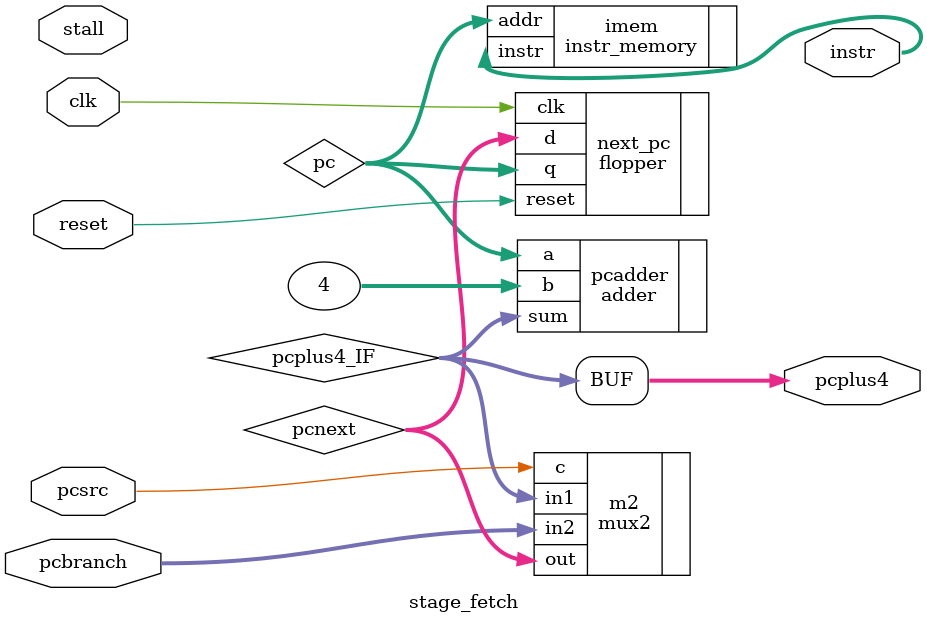
<source format=sv>
module stage_fetch (input logic clk,
                    input logic reset,
					// Stall pipeline
					input logic stall,
                    input logic [31:0] pcbranch,
                    input logic pcsrc,
                    output logic [31:0] instr,
                    output logic [31:0] pcplus4);
                        
    logic [31:0] pcnext;
    logic [31:0] pc, pcplus4_IF;
     
    mux2 # (32) m2 (.in1(pcplus4_IF), 
                    .in2(pcbranch), 
                    .c(pcsrc),
                    .out(pcnext));
     
    flopper # (32) next_pc (.clk(clk),
							.reset(reset),
                            .d(pcnext), 
                            .q(pc)); 
      
    adder   pcadder (.a(pc), 
                     .b(32'b100), 
                     .sum(pcplus4_IF));
                            
     assign pcplus4 = pcplus4_IF;
     
     instr_memory imem (.addr(pc),
                        .instr(instr));
endmodule 
</source>
